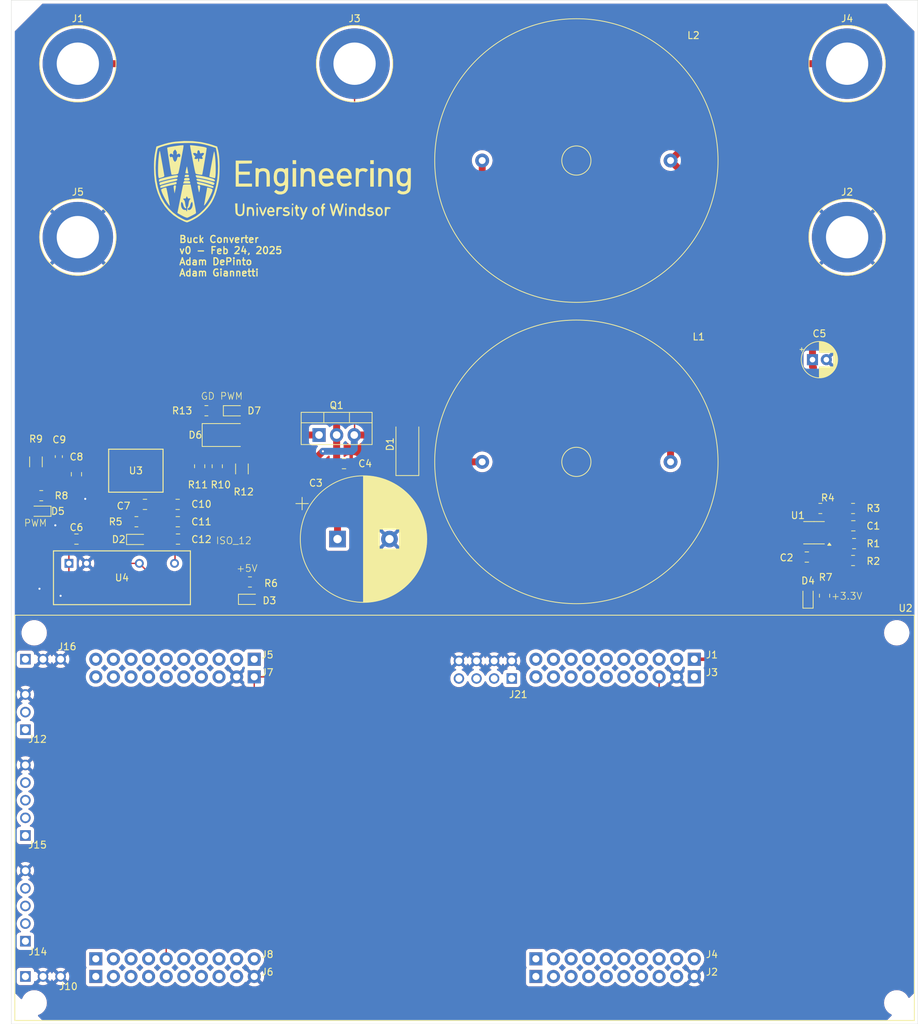
<source format=kicad_pcb>
(kicad_pcb (version 20240108) (generator "pcbnew") (generator_version "8.0")
  (title_block (title "Buck Converter") (date "2025-02-24") (rev "v0") (company "Adam DePinto & Adam Giannetti"))
  (layers (0 "F.Cu" signal) (31 "B.Cu" signal) (34 "B.Paste" user) (35 "F.Paste" user) (36 "B.SilkS" user "B.Silkscreen") (37 "F.SilkS" user "F.Silkscreen") (38 "B.Mask" user) (39 "F.Mask" user) (44 "Edge.Cuts" user))
  (net 0 "")
  (net 4 "GND")
  (net 5 "Net-(U1A-+)")
  (net 6 "+3.3V")
  (net 7 "Net-(U1A--)")
  (net 8 "/VFILT")
  (net 9 "/VOUT")
  (net 21 "/PowerStage/VIN")
  (net 26 "+5V")
  (net 27 "/GD/ISO_12")
  (net 28 "/GD/PWM_FILT")
  (net 30 "/VSW")
  (net 36 "Net-(D2-K)")
  (net 41 "Net-(D3-K)")
  (net 48 "Net-(D4-K)")
  (net 51 "Net-(D5-K)")
  (net 55 "/PWM")
  (net 58 "/VG")
  (net 61 "Net-(D6-K)")
  (net 77 "Net-(D7-K)")
  (net 86 "/GD/GD_PWM")
  (net 112 "Net-(L1-Pad2)")
  (footprint "LED_SMD:LED_0603_1608Metric_Pad1.05x0.95mm_HandSolder" (layer "F.Cu") (at 59.831 124.206)
    (property "Reference" "D3" (at 2.81 0.184 0) (layer "F.SilkS"))
    (property "Value" "LTST-C190GKT")
    (pad "1" smd roundrect (at -0.875 0) (size 1.05 0.95) (layers "F.Cu" "F.Paste" "F.Mask") (net 41 "Net-(D3-K)"))
    (pad "2" smd roundrect (at 0.875 0) (size 1.05 0.95) (layers "F.Cu" "F.Paste" "F.Mask") (net 26 "+5V"))
  )
  (footprint "UWINDSOR_LOGO:UWINDSOR_LOGO" (layer "F.Cu") (at 65.542025 64.851014)
    (property "Reference" "G***" (hide yes))
    (property "Value" "LOGO" (hide yes))
  )
  (footprint "Capacitor_SMD:C_0805_2012Metric_Pad1.18x1.45mm_HandSolder" (layer "F.Cu") (at 49.422 113.022)
    (property "Reference" "C11" (at 3.41 0.008 180) (layer "F.SilkS"))
    (property "Value" "220n")
    (pad "1" smd roundrect (at -1.0375 0) (size 1.175 1.45) (layers "F.Cu" "F.Paste" "F.Mask") (roundrect_rratio 0.212766) (net 27 "/GD/ISO_12"))
    (pad "2" smd roundrect (at 1.0375 0) (size 1.175 1.45) (layers "F.Cu" "F.Paste" "F.Mask") (roundrect_rratio 0.212766) (net 30 "/VSW"))
  )
  (footprint "Diode_SMD:D_SMA" (layer "F.Cu") (at 56.452 100.522)
    (property "Reference" "D6" (at -4.5 0 0) (layer "F.SilkS"))
    (property "Value" "US2AA")
    (pad "1" smd roundrect (at -2 0) (size 2.5 1.8) (layers "F.Cu" "F.Paste" "F.Mask") (roundrect_rratio 0.1388888889) (net 61 "Net-(D6-K)"))
    (pad "2" smd roundrect (at 2 0) (size 2.5 1.8) (layers "F.Cu" "F.Paste" "F.Mask") (roundrect_rratio 0.1388888889) (net 58 "/VG"))
  )
  (footprint "Capacitor_SMD:C_0805_2012Metric_Pad1.18x1.45mm_HandSolder" (layer "F.Cu") (at 34.798 106.172 90)
    (property "Reference" "C8" (at 2.5 0 0) (layer "F.SilkS"))
    (property "Value" "1u")
    (pad "1" smd roundrect (at -1.0375 0 90) (size 1.175 1.45) (layers "F.Cu" "F.Paste" "F.Mask") (roundrect_rratio 0.212766) (net 26 "+5V"))
    (pad "2" smd roundrect (at 1.0375 0 90) (size 1.175 1.45) (layers "F.Cu" "F.Paste" "F.Mask") (roundrect_rratio 0.212766) (net 4 "GND"))
  )
  (footprint "Resistor_SMD:R_0805_2012Metric_Pad1.20x1.40mm_HandSolder" (layer "F.Cu") (at 43.452 113.022)
    (property "Reference" "R5" (at -3 0 180) (layer "F.SilkS"))
    (property "Value" "1k")
    (pad "1" smd roundrect (at -1 0) (size 1.2 1.4) (layers "F.Cu" "F.Paste" "F.Mask") (roundrect_rratio 0.208333) (net 36 "Net-(D2-K)"))
    (pad "2" smd roundrect (at 1 0) (size 1.2 1.4) (layers "F.Cu" "F.Paste" "F.Mask") (roundrect_rratio 0.208333) (net 30 "/VSW"))
  )
  (footprint "Connector:Banana_Jack_1Pin" (layer "F.Cu") (at 74.93 47)
    (property "Reference" "J3" (at 0 -6.5 0) (layer "F.SilkS"))
    (property "Value" "Conn_01x01_Pin")
    (pad "1" thru_hole circle (at 0 0) (size 10.16 10.16) (drill 6.1) (layers "*.Cu" "*.Mask") (net 30 "/VSW"))
  )
  (footprint "Resistor_SMD:R_0805_2012Metric_Pad1.20x1.40mm_HandSolder" (layer "F.Cu") (at 53.549 97.022 180)
    (property "Reference" "R13" (at 3.5 0 0) (layer "F.SilkS"))
    (property "Value" "1k")
    (pad "1" smd roundrect (at -1 0 180) (size 1.2 1.4) (layers "F.Cu" "F.Paste" "F.Mask") (roundrect_rratio 0.208333) (net 77 "Net-(D7-K)"))
    (pad "2" smd roundrect (at 1 0 180) (size 1.2 1.4) (layers "F.Cu" "F.Paste" "F.Mask") (roundrect_rratio 0.208333) (net 30 "/VSW"))
  )
  (footprint "Resistor_SMD:R_1206_3216Metric_Pad1.30x1.75mm_HandSolder" (layer "F.Cu") (at 58.674 105.41 90)
    (property "Reference" "R12" (at -3.302 0.254 180) (layer "F.SilkS"))
    (property "Value" "50")
    (pad "1" smd roundrect (at -1.55 0 90) (size 1.3 1.75) (layers "F.Cu" "F.Paste" "F.Mask") (roundrect_rratio 0.192308) (net 30 "/VSW"))
    (pad "2" smd roundrect (at 1.55 0 90) (size 1.3 1.75) (layers "F.Cu" "F.Paste" "F.Mask") (roundrect_rratio 0.192308) (net 58 "/VG"))
  )
  (footprint "Capacitor_THT:CP_Radial_D5.0mm_P2.00mm" (layer "F.Cu") (at 141.002 89.662)
    (property "Reference" "C5" (at 1 -3.75 0) (layer "F.SilkS"))
    (property "Value" "3.3u")
    (pad "1" thru_hole rect (at 0 0) (size 1.6 1.6) (drill 0.8) (layers "*.Cu" "*.Mask") (net 9 "/VOUT"))
    (pad "2" thru_hole circle (at 2 0) (size 1.6 1.6) (drill 0.8) (layers "*.Cu" "*.Mask") (net 4 "GND"))
  )
  (footprint "Resistor_SMD:R_0805_2012Metric_Pad1.20x1.40mm_HandSolder" (layer "F.Cu") (at 55.118 105.022 90)
    (property "Reference" "R10" (at -2.674 0.508 180) (layer "F.SilkS"))
    (property "Value" "7.5")
    (pad "1" smd roundrect (at -1 0 90) (size 1.2 1.4) (layers "F.Cu" "F.Paste" "F.Mask") (roundrect_rratio 0.208333) (net 86 "/GD/GD_PWM"))
    (pad "2" smd roundrect (at 1 0 90) (size 1.2 1.4) (layers "F.Cu" "F.Paste" "F.Mask") (roundrect_rratio 0.208333) (net 58 "/VG"))
  )
  (footprint "LED_SMD:LED_0603_1608Metric_Pad1.05x0.95mm_HandSolder" (layer "F.Cu") (at 43.688 115.57)
    (property "Reference" "D2" (at -2.794 0 0) (layer "F.SilkS"))
    (property "Value" "LTST-C190GKT")
    (pad "1" smd roundrect (at -0.875 0) (size 1.05 0.95) (layers "F.Cu" "F.Paste" "F.Mask") (net 36 "Net-(D2-K)"))
    (pad "2" smd roundrect (at 0.875 0) (size 1.05 0.95) (layers "F.Cu" "F.Paste" "F.Mask") (net 27 "/GD/ISO_12"))
  )
  (footprint "Inductor_THT:L_Radial_D40.6mm_P27.18mm_Vishay_IHB-4" (layer "F.Cu") (at 93.344 104.394)
    (property "Reference" "L1" (at 31.242 -18.034 0) (layer "F.SilkS"))
    (property "Value" "12m")
    (pad "1" thru_hole circle (at 0 0) (size 2 2) (drill 1) (layers "*.Cu" "*.Mask") (net 30 "/VSW"))
    (pad "2" thru_hole circle (at 27.18 0) (size 2 2) (drill 1) (layers "*.Cu" "*.Mask") (net 112 "Net-(L1-Pad2)"))
  )
  (footprint "Resistor_SMD:R_0805_2012Metric_Pad1.20x1.40mm_HandSolder" (layer "F.Cu") (at 142.1365 111.11 180)
    (property "Reference" "R4" (at -1.074 1.54 180) (layer "F.SilkS"))
    (property "Value" "40k")
    (pad "1" smd roundrect (at -1 0 180) (size 1.2 1.4) (layers "F.Cu" "F.Paste" "F.Mask") (roundrect_rratio 0.208333) (net 5 "Net-(U1A-+)"))
    (pad "2" smd roundrect (at 1 0 180) (size 1.2 1.4) (layers "F.Cu" "F.Paste" "F.Mask") (roundrect_rratio 0.208333) (net 9 "/VOUT"))
  )
  (footprint "LED_SMD:LED_0603_1608Metric_Pad1.05x0.95mm_HandSolder" (layer "F.Cu") (at 57.658 97.028)
    (property "Reference" "D7" (at 2.794 0 0) (layer "F.SilkS"))
    (property "Value" "LTST-C190GKT")
    (pad "1" smd roundrect (at -0.875 0) (size 1.05 0.95) (layers "F.Cu" "F.Paste" "F.Mask") (net 77 "Net-(D7-K)"))
    (pad "2" smd roundrect (at 0.875 0) (size 1.05 0.95) (layers "F.Cu" "F.Paste" "F.Mask") (net 58 "/VG"))
  )
  (footprint "Resistor_SMD:R_0805_2012Metric_Pad1.20x1.40mm_HandSolder" (layer "F.Cu") (at 52.578 105.022 90)
    (property "Reference" "R11" (at -2.674 -0.254 180) (layer "F.SilkS"))
    (property "Value" "12")
    (pad "1" smd roundrect (at -1 0 90) (size 1.2 1.4) (layers "F.Cu" "F.Paste" "F.Mask") (roundrect_rratio 0.208333) (net 86 "/GD/GD_PWM"))
    (pad "2" smd roundrect (at 1 0 90) (size 1.2 1.4) (layers "F.Cu" "F.Paste" "F.Mask") (roundrect_rratio 0.208333) (net 61 "Net-(D6-K)"))
  )
  (footprint "LAUNCHXL_F28379D:MOD_LAUNCHXL-F28379D" (layer "F.Cu") (at 90.805 155.702 180)
    (property "Reference" "U2" (at -63.627 30.226 0) (layer "F.SilkS"))
    (property "Value" "LAUNCHXL-F28379D")
    (fp_text user "J12" (at 61.628 11.335 0) (layer "F.SilkS"))
    (fp_text user "J2" (at -35.687 -22.225 0) (layer "F.SilkS"))
    (fp_text user "J5" (at 28.448 23.495 0) (layer "F.SilkS"))
    (fp_text user "J4" (at -35.687 -19.685 0) (layer "F.SilkS"))
    (fp_text user "J6" (at 28.448 -22.225 0) (layer "F.SilkS"))
    (fp_text user "J14" (at 61.578 -19.305 0) (layer "F.SilkS"))
    (fp_text user "J10" (at 57.178 -24.305 0) (layer "F.SilkS"))
    (fp_text user "J7" (at 28.448 20.955 0) (layer "F.SilkS"))
    (fp_text user "J21" (at -7.747 17.78 0) (layer "F.SilkS"))
    (fp_text user "J16" (at 57.353 24.68 0) (layer "F.SilkS"))
    (fp_text user "J15" (at 61.628 -3.905 0) (layer "F.SilkS"))
    (fp_text user "J8" (at 28.448 -19.685 0) (layer "F.SilkS"))
    (fp_text user "J3" (at -35.687 20.955 0) (layer "F.SilkS"))
    (fp_text user "J1" (at -35.687 23.495 0) (layer "F.SilkS"))
    (pad "" np_thru_hole circle (at -62.357 -26.67 180) (size 3.175 3.175) (drill 3.175) (layers "*.Cu" "*.Mask"))
    (pad "" np_thru_hole circle (at -62.357 26.67 180) (size 3.175 3.175) (drill 3.175) (layers "*.Cu" "*.Mask"))
    (pad "" np_thru_hole circle (at 62.103 -26.67 180) (size 3.175 3.175) (drill 3.175) (layers "*.Cu" "*.Mask"))
    (pad "" np_thru_hole circle (at 62.103 26.67 180) (size 3.175 3.175) (drill 3.175) (layers "*.Cu" "*.Mask"))
    (pad "J1_1" thru_hole rect (at -33.147 22.86 180) (size 1.8796 1.8796) (drill 1.016) (layers "*.Cu" "*.Mask") (net 6 "+3.3V"))
    (pad "J1_2" thru_hole circle (at -30.607 22.86 180) (size 1.8796 1.8796) (drill 1.016) (layers "*.Cu" "*.Mask"))
    (pad "J1_3" thru_hole circle (at -28.067 22.86 180) (size 1.8796 1.8796) (drill 1.016) (layers "*.Cu" "*.Mask"))
    (pad "J1_4" thru_hole circle (at -25.527 22.86 180) (size 1.8796 1.8796) (drill 1.016) (layers "*.Cu" "*.Mask"))
    (pad "J1_5" thru_hole circle (at -22.987 22.86 180) (size 1.8796 1.8796) (drill 1.016) (layers "*.Cu" "*.Mask"))
    (pad "J1_6" thru_hole circle (at -20.447 22.86 180) (size 1.8796 1.8796) (drill 1.016) (layers "*.Cu" "*.Mask"))
    (pad "J1_7" thru_hole circle (at -17.907 22.86 180) (size 1.8796 1.8796) (drill 1.016) (layers "*.Cu" "*.Mask"))
    (pad "J1_8" thru_hole circle (at -15.367 22.86 180) (size 1.8796 1.8796) (drill 1.016) (layers "*.Cu" "*.Mask"))
    (pad "J1_9" thru_hole circle (at -12.827 22.86 180) (size 1.8796 1.8796) (drill 1.016) (layers "*.Cu" "*.Mask"))
    (pad "J1_10" thru_hole circle (at -10.287 22.86 180) (size 1.8796 1.8796) (drill 1.016) (layers "*.Cu" "*.Mask"))
    (pad "J2_1" thru_hole rect (at -10.287 -22.86 180) (size 1.8796 1.8796) (drill 1.016) (layers "*.Cu" "*.Mask"))
    (pad "J2_2" thru_hole circle (at -12.827 -22.86 180) (size 1.8796 1.8796) (drill 1.016) (layers "*.Cu" "*.Mask"))
    (pad "J2_3" thru_hole circle (at -15.367 -22.86 180) (size 1.8796 1.8796) (drill 1.016) (layers "*.Cu" "*.Mask"))
    (pad "J2_4" thru_hole circle (at -17.907 -22.86 180) (size 1.8796 1.8796) (drill 1.016) (layers "*.Cu" "*.Mask"))
    (pad "J2_5" thru_hole circle (at -20.447 -22.86 180) (size 1.8796 1.8796) (drill 1.016) (layers "*.Cu" "*.Mask"))
    (pad "J2_6" thru_hole circle (at -22.987 -22.86 180) (size 1.8796 1.8796) (drill 1.016) (layers "*.Cu" "*.Mask"))
    (pad "J2_7" thru_hole circle (at -25.527 -22.86 180) (size 1.8796 1.8796) (drill 1.016) (layers "*.Cu" "*.Mask"))
    (pad "J2_8" thru_hole circle (at -28.067 -22.86 180) (size 1.8796 1.8796) (drill 1.016) (layers "*.Cu" "*.Mask"))
    (pad "J2_9" thru_hole circle (at -30.607 -22.86 180) (size 1.8796 1.8796) (drill 1.016) (layers "*.Cu" "*.Mask"))
    (pad "J2_10" thru_hole circle (at -33.147 -22.86 180) (size 1.8796 1.8796) (drill 1.016) (layers "*.Cu" "*.Mask") (net 4 "GND"))
    (pad "J3_1" thru_hole rect (at -33.147 20.32 180) (size 1.8796 1.8796) (drill 1.016) (layers "*.Cu" "*.Mask"))
    (pad "J3_2" thru_hole circle (at -30.607 20.32 180) (size 1.8796 1.8796) (drill 1.016) (layers "*.Cu" "*.Mask") (net 4 "GND"))
    (pad "J3_3" thru_hole circle (at -28.067 20.32 180) (size 1.8796 1.8796) (drill 1.016) (layers "*.Cu" "*.Mask") (net 8 "/VFILT"))
    (pad "J3_4" thru_hole circle (at -25.527 20.32 180) (size 1.8796 1.8796) (drill 1.016) (layers "*.Cu" "*.Mask"))
    (pad "J3_5" thru_hole circle (at -22.987 20.32 180) (size 1.8796 1.8796) (drill 1.016) (layers "*.Cu" "*.Mask"))
    (pad "J3_6" thru_hole circle (at -20.447 20.32 180) (size 1.8796 1.8796) (drill 1.016) (layers "*.Cu" "*.Mask"))
    (pad "J3_7" thru_hole circle (at -17.907 20.32 180) (size 1.8796 1.8796) (drill 1.016) (layers "*.Cu" "*.Mask"))
    (pad "J3_8" thru_hole circle (at -15.367 20.32 180) (size 1.8796 1.8796) (drill 1.016) (layers "*.Cu" "*.Mask"))
    (pad "J3_9" thru_hole circle (at -12.827 20.32 180) (size 1.8796 1.8796) (drill 1.016) (layers "*.Cu" "*.Mask"))
    (pad "J3_10" thru_hole circle (at -10.287 20.32 180) (size 1.8796 1.8796) (drill 1.016) (layers "*.Cu" "*.Mask"))
    (pad "J4_1" thru_hole rect (at -10.287 -20.32 180) (size 1.8796 1.8796) (drill 1.016) (layers "*.Cu" "*.Mask"))
    (pad "J4_2" thru_hole circle (at -12.827 -20.32 180) (size 1.8796 1.8796) (drill 1.016) (layers "*.Cu" "*.Mask"))
    (pad "J4_3" thru_hole circle (at -15.367 -20.32 180) (size 1.8796 1.8796) (drill 1.016) (layers "*.Cu" "*.Mask"))
    (pad "J4_4" thru_hole circle (at -17.907 -20.32 180) (size 1.8796 1.8796) (drill 1.016) (layers "*.Cu" "*.Mask"))
    (pad "J4_5" thru_hole circle (at -20.447 -20.32 180) (size 1.8796 1.8796) (drill 1.016) (layers "*.Cu" "*.Mask"))
    (pad "J4_6" thru_hole circle (at -22.987 -20.32 180) (size 1.8796 1.8796) (drill 1.016) (layers "*.Cu" "*.Mask"))
    (pad "J4_7" thru_hole circle (at -25.527 -20.32 180) (size 1.8796 1.8796) (drill 1.016) (layers "*.Cu" "*.Mask"))
    (pad "J4_8" thru_hole circle (at -28.067 -20.32 180) (size 1.8796 1.8796) (drill 1.016) (layers "*.Cu" "*.Mask"))
    (pad "J4_9" thru_hole circle (at -30.607 -20.32 180) (size 1.8796 1.8796) (drill 1.016) (layers "*.Cu" "*.Mask"))
    (pad "J4_10" thru_hole circle (at -33.147 -20.32 180) (size 1.8796 1.8796) (drill 1.016) (layers "*.Cu" "*.Mask"))
    (pad "J5_1" thru_hole rect (at 30.353 22.86 180) (size 1.8796 1.8796) (drill 1.016) (layers "*.Cu" "*.Mask"))
    (pad "J5_2" thru_hole circle (at 32.893 22.86 180) (size 1.8796 1.8796) (drill 1.016) (layers "*.Cu" "*.Mask"))
    (pad "J5_3" thru_hole circle (at 35.433 22.86 180) (size 1.8796 1.8796) (drill 1.016) (layers "*.Cu" "*.Mask"))
    (pad "J5_4" thru_hole circle (at 37.973 22.86 180) (size 1.8796 1.8796) (drill 1.016) (layers "*.Cu" "*.Mask"))
    (pad "J5_5" thru_hole circle (at 40.513 22.86 180) (size 1.8796 1.8796) (drill 1.016) (layers "*.Cu" "*.Mask"))
    (pad "J5_6" thru_hole circle (at 43.053 22.86 180) (size 1.8796 1.8796) (drill 1.016) (layers "*.Cu" "*.Mask"))
    (pad "J5_7" thru_hole circle (at 45.593 22.86 180) (size 1.8796 1.8796) (drill 1.016) (layers "*.Cu" "*.Mask"))
    (pad "J5_8" thru_hole circle (at 48.133 22.86 180) (size 1.8796 1.8796) (drill 1.016) (layers "*.Cu" "*.Mask"))
    (pad "J5_9" thru_hole circle (at 50.673 22.86 180) (size 1.8796 1.8796) (drill 1.016) (layers "*.Cu" "*.Mask"))
    (pad "J5_10" thru_hole circle (at 53.213 22.86 180) (size 1.8796 1.8796) (drill 1.016) (layers "*.Cu" "*.Mask"))
    (pad "J6_1" thru_hole rect (at 53.213 -22.86 180) (size 1.8796 1.8796) (drill 1.016) (layers "*.Cu" "*.Mask"))
    (pad "J6_2" thru_hole circle (at 50.673 -22.86 180) (size 1.8796 1.8796) (drill 1.016) (layers "*.Cu" "*.Mask"))
    (pad "J6_3" thru_hole circle (at 48.133 -22.86 180) (size 1.8796 1.8796) (drill 1.016) (layers "*.Cu" "*.Mask"))
    (pad "J6_4" thru_hole circle (at 45.593 -22.86 180) (size 1.8796 1.8796) (drill 1.016) (layers "*.Cu" "*.Mask"))
    (pad "J6_5" thru_hole circle (at 43.053 -22.86 180) (size 1.8796 1.8796) (drill 1.016) (layers "*.Cu" "*.Mask"))
    (pad "J6_6" thru_hole circle (at 40.513 -22.86 180) (size 1.8796 1.8796) (drill 1.016) (layers "*.Cu" "*.Mask"))
    (pad "J6_7" thru_hole circle (at 37.973 -22.86 180) (size 1.8796 1.8796) (drill 1.016) (layers "*.Cu" "*.Mask"))
    (pad "J6_8" thru_hole circle (at 35.433 -22.86 180) (size 1.8796 1.8796) (drill 1.016) (layers "*.Cu" "*.Mask"))
    (pad "J6_9" thru_hole circle (at 32.893 -22.86 180) (size 1.8796 1.8796) (drill 1.016) (layers "*.Cu" "*.Mask"))
    (pad "J6_10" thru_hole circle (at 30.353 -22.86 180) (size 1.8796 1.8796) (drill 1.016) (layers "*.Cu" "*.Mask") (net 4 "GND"))
    (pad "J7_1" thru_hole rect (at 30.353 20.32 180) (size 1.8796 1.8796) (drill 1.016) (layers "*.Cu" "*.Mask") (net 26 "+5V"))
    (pad "J7_2" thru_hole circle (at 32.893 20.32 180) (size 1.8796 1.8796) (drill 1.016) (layers "*.Cu" "*.Mask") (net 4 "GND"))
    (pad "J7_3" thru_hole circle (at 35.433 20.32 180) (size 1.8796 1.8796) (drill 1.016) (layers "*.Cu" "*.Mask"))
    (pad "J7_4" thru_hole circle (at 37.973 20.32 180) (size 1.8796 1.8796) (drill 1.016) (layers "*.Cu" "*.Mask"))
    (pad "J7_5" thru_hole circle (at 40.513 20.32 180) (size 1.8796 1.8796) (drill 1.016) (layers "*.Cu" "*.Mask"))
    (pad "J7_6" thru_hole circle (at 43.053 20.32 180) (size 1.8796 1.8796) (drill 1.016) (layers "*.Cu" "*.Mask"))
    (pad "J7_7" thru_hole circle (at 45.593 20.32 180) (size 1.8796 1.8796) (drill 1.016) (layers "*.Cu" "*.Mask"))
    (pad "J7_8" thru_hole circle (at 48.133 20.32 180) (size 1.8796 1.8796) (drill 1.016) (layers "*.Cu" "*.Mask"))
    (pad "J7_9" thru_hole circle (at 50.673 20.32 180) (size 1.8796 1.8796) (drill 1.016) (layers "*.Cu" "*.Mask"))
    (pad "J7_10" thru_hole circle (at 53.213 20.32 180) (size 1.8796 1.8796) (drill 1.016) (layers "*.Cu" "*.Mask"))
    (pad "J8_1" thru_hole rect (at 53.213 -20.32 180) (size 1.8796 1.8796) (drill 1.016) (layers "*.Cu" "*.Mask"))
    (pad "J8_2" thru_hole circle (at 50.673 -20.32 180) (size 1.8796 1.8796) (drill 1.016) (layers "*.Cu" "*.Mask"))
    (pad "J8_3" thru_hole circle (at 48.133 -20.32 180) (size 1.8796 1.8796) (drill 1.016) (layers "*.Cu" "*.Mask"))
    (pad "J8_4" thru_hole circle (at 45.593 -20.32 180) (size 1.8796 1.8796) (drill 1.016) (layers "*.Cu" "*.Mask"))
    (pad "J8_5" thru_hole circle (at 43.053 -20.32 180) (size 1.8796 1.8796) (drill 1.016) (layers "*.Cu" "*.Mask") (net 55 "/PWM"))
    (pad "J8_6" thru_hole circle (at 40.513 -20.32 180) (size 1.8796 1.8796) (drill 1.016) (layers "*.Cu" "*.Mask"))
    (pad "J8_7" thru_hole circle (at 37.973 -20.32 180) (size 1.8796 1.8796) (drill 1.016) (layers "*.Cu" "*.Mask"))
    (pad "J8_8" thru_hole circle (at 35.433 -20.32 180) (size 1.8796 1.8796) (drill 1.016) (layers "*.Cu" "*.Mask"))
    (pad "J8_9" thru_hole circle (at 32.893 -20.32 180) (size 1.8796 1.8796) (drill 1.016) (layers "*.Cu" "*.Mask"))
    (pad "J8_10" thru_hole circle (at 30.353 -20.32 180) (size 1.8796 1.8796) (drill 1.016) (layers "*.Cu" "*.Mask"))
    (pad "J10_1" thru_hole rect (at 63.373 -22.86 180) (size 1.524 1.524) (drill 1.016) (layers "*.Cu" "*.Mask"))
    (pad "J10_2" thru_hole circle (at 60.833 -22.86 180) (size 1.524 1.524) (drill 1.016) (layers "*.Cu" "*.Mask") (net 4 "GND"))
    (pad "J10_3" thru_hole circle (at 58.293 -22.86 180) (size 1.524 1.524) (drill 1.016) (layers "*.Cu" "*.Mask") (net 4 "GND"))
    (pad "J12_1" thru_hole rect (at 63.373 12.7 180) (size 1.524 1.524) (drill 1.016) (layers "*.Cu" "*.Mask"))
    (pad "J12_2" thru_hole circle (at 63.373 15.24 180) (size 1.524 1.524) (drill 1.016) (layers "*.Cu" "*.Mask"))
    (pad "J12_3" thru_hole circle (at 63.373 17.78 180) (size 1.524 1.524) (drill 1.016) (layers "*.Cu" "*.Mask") (net 4 "GND"))
    (pad "J14_1" thru_hole rect (at 63.373 -17.78 180) (size 1.524 1.524) (drill 1.016) (layers "*.Cu" "*.Mask"))
    (pad "J14_2" thru_hole circle (at 63.373 -15.24 180) (size 1.524 1.524) (drill 1.016) (layers "*.Cu" "*.Mask"))
    (pad "J14_3" thru_hole circle (at 63.373 -12.7 180) (size 1.524 1.524) (drill 1.016) (layers "*.Cu" "*.Mask"))
    (pad "J14_4" thru_hole circle (at 63.373 -10.16 180) (size 1.524 1.524) (drill 1.016) (layers "*.Cu" "*.Mask"))
    (pad "J14_5" thru_hole circle (at 63.373 -7.62 180) (size 1.524 1.524) (drill 1.016) (layers "*.Cu" "*.Mask") (net 4 "GND"))
    (pad "J15_1" thru_hole rect (at 63.373 -2.54 180) (size 1.524 1.524) (drill 1.016) (layers "*.Cu" "*.Mask"))
    (pad "J15_2" thru_hole circle (at 63.373 0 180) (size 1.524 1.524) (drill 1.016) (layers "*.Cu" "*.Mask"))
    (pad "J15_3" thru_hole circle (at 63.373 2.54 180) (size 1.524 1.524) (drill 1.016) (layers "*.Cu" "*.Mask"))
    (pad "J15_4" thru_hole circle (at 63.373 5.08 180) (size 1.524 1.524) (drill 1.016) (layers "*.Cu" "*.Mask"))
    (pad "J15_5" thru_hole circle (at 63.373 7.62 180) (size 1.524 1.524) (drill 1.016) (layers "*.Cu" "*.Mask") (net 4 "GND"))
    (pad "J16_1" thru_hole rect (at 63.373 22.86 180) (size 1.524 1.524) (drill 1.016) (layers "*.Cu" "*.Mask"))
    (pad "J16_2" thru_hole circle (at 60.833 22.86 180) (size 1.524 1.524) (drill 1.016) (layers "*.Cu" "*.Mask") (net 4 "GND"))
    (pad "J16_3" thru_hole circle (at 58.293 22.86 180) (size 1.524 1.524) (drill 1.016) (layers "*.Cu" "*.Mask") (net 4 "GND"))
    (pad "J21_1" thru_hole rect (at -6.803 20.086 180) (size 1.5 1.5) (drill 1) (layers "*.Cu" "*.Mask"))
    (pad "J21_2" thru_hole circle (at -6.803 22.626 180) (size 1.5 1.5) (drill 1) (layers "*.Cu" "*.Mask") (net 4 "GND"))
    (pad "J21_3" thru_hole circle (at -4.263 20.086 180) (size 1.5 1.5) (drill 1) (layers "*.Cu" "*.Mask"))
    (pad "J21_4" thru_hole circle (at -4.263 22.626 180) (size 1.5 1.5) (drill 1) (layers "*.Cu" "*.Mask") (net 4 "GND"))
    (pad "J21_5" thru_hole circle (at -1.723 20.086 180) (size 1.5 1.5) (drill 1) (layers "*.Cu" "*.Mask"))
    (pad "J21_6" thru_hole circle (at -1.723 22.626 180) (size 1.5 1.5) (drill 1) (layers "*.Cu" "*.Mask") (net 4 "GND"))
    (pad "J21_7" thru_hole circle (at 0.817 20.086 180) (size 1.5 1.5) (drill 1) (layers "*.Cu" "*.Mask"))
    (pad "J21_8" thru_hole circle (at 0.817 22.626 180) (size 1.5 1.5) (drill 1) (layers "*.Cu" "*.Mask") (net 4 "GND"))
  )
  (footprint "Capacitor_SMD:C_0603_1608Metric_Pad1.08x0.95mm_HandSolder" (layer "F.Cu") (at 32.258 103.632 -90)
    (property "Reference" "C9" (at -2.4355 -0.06 0) (layer "F.SilkS"))
    (property "Value" "33pF")
    (pad "1" smd roundrect (at -0.8625 0 270) (size 1.075 0.95) (layers "F.Cu" "F.Paste" "F.Mask") (net 28 "/GD/PWM_FILT"))
    (pad "2" smd roundrect (at 0.8625 0 270) (size 1.075 0.95) (layers "F.Cu" "F.Paste" "F.Mask") (net 4 "GND"))
  )
  (footprint "Inductor_THT:L_Radial_D40.6mm_P27.18mm_Vishay_IHB-4" (layer "F.Cu") (at 93.344 60.96)
    (property "Reference" "L2" (at 30.48 -18.034 0) (layer "F.SilkS"))
    (property "Value" "12m")
    (pad "1" thru_hole circle (at 0 0) (size 2 2) (drill 1) (layers "*.Cu" "*.Mask") (net 112 "Net-(L1-Pad2)"))
    (pad "2" thru_hole circle (at 27.18 0) (size 2 2) (drill 1) (layers "*.Cu" "*.Mask") (net 9 "/VOUT"))
  )
  (footprint "Capacitor_SMD:C_0805_2012Metric_Pad1.18x1.45mm_HandSolder" (layer "F.Cu") (at 49.402 110.522)
    (property "Reference" "C10" (at 3.43 -0.032 0) (layer "F.SilkS"))
    (property "Value" "10u")
    (pad "1" smd roundrect (at -1.0375 0) (size 1.175 1.45) (layers "F.Cu" "F.Paste" "F.Mask") (roundrect_rratio 0.212766) (net 27 "/GD/ISO_12"))
    (pad "2" smd roundrect (at 1.0375 0) (size 1.175 1.45) (layers "F.Cu" "F.Paste" "F.Mask") (roundrect_rratio 0.212766) (net 30 "/VSW"))
  )
  (footprint "LED_SMD:LED_0603_1608Metric_Pad1.05x0.95mm_HandSolder" (layer "F.Cu") (at 29.464 111.506 180)
    (property "Reference" "D5" (at -2.653 0 360) (layer "F.SilkS"))
    (property "Value" "LTST-C190GKT")
    (pad "1" smd roundrect (at -0.875 0 180) (size 1.05 0.95) (layers "F.Cu" "F.Paste" "F.Mask") (net 51 "Net-(D5-K)"))
    (pad "2" smd roundrect (at 0.875 0 180) (size 1.05 0.95) (layers "F.Cu" "F.Paste" "F.Mask") (net 55 "/PWM"))
  )
  (footprint "Resistor_SMD:R_0805_2012Metric_Pad1.20x1.40mm_HandSolder" (layer "F.Cu") (at 146.8585 118.61 180)
    (property "Reference" "R2" (at -2.924 -0.104 180) (layer "F.SilkS"))
    (property "Value" "2k")
    (pad "1" smd roundrect (at -1 0 180) (size 1.2 1.4) (layers "F.Cu" "F.Paste" "F.Mask") (roundrect_rratio 0.208333) (net 7 "Net-(U1A--)"))
    (pad "2" smd roundrect (at 1 0 180) (size 1.2 1.4) (layers "F.Cu" "F.Paste" "F.Mask") (roundrect_rratio 0.208333) (net 8 "/VFILT"))
  )
  (footprint "Capacitor_SMD:C_0805_2012Metric_Pad1.18x1.45mm_HandSolder" (layer "F.Cu") (at 44.6825 110.522 180)
    (property "Reference" "C7" (at 3.084 -0.222 180) (layer "F.SilkS"))
    (property "Value" "1u")
    (pad "1" smd roundrect (at -1.0375 0 180) (size 1.175 1.45) (layers "F.Cu" "F.Paste" "F.Mask") (roundrect_rratio 0.212766) (net 27 "/GD/ISO_12"))
    (pad "2" smd roundrect (at 1.0375 0 180) (size 1.175 1.45) (layers "F.Cu" "F.Paste" "F.Mask") (roundrect_rratio 0.212766) (net 30 "/VSW"))
  )
  (footprint "Capacitor_SMD:C_0805_2012Metric_Pad1.18x1.45mm_HandSolder" (layer "F.Cu") (at 73.406 104.648)
    (property "Reference" "C4" (at 3.048 0 0) (layer "F.SilkS"))
    (property "Value" "1u")
    (pad "1" smd roundrect (at -1.0375 0) (size 1.175 1.45) (layers "F.Cu" "F.Paste" "F.Mask") (roundrect_rratio 0.212766) (net 21 "/PowerStage/VIN"))
    (pad "2" smd roundrect (at 1.0375 0) (size 1.175 1.45) (layers "F.Cu" "F.Paste" "F.Mask") (roundrect_rratio 0.212766) (net 4 "GND"))
  )
  (footprint "Resistor_SMD:R_0805_2012Metric_Pad1.20x1.40mm_HandSolder" (layer "F.Cu") (at 147.0045 116.174 180)
    (property "Reference" "R1" (at -2.778 0 180) (layer "F.SilkS"))
    (property "Value" "40k")
    (pad "1" smd roundrect (at -1 0 180) (size 1.2 1.4) (layers "F.Cu" "F.Paste" "F.Mask") (roundrect_rratio 0.208333) (net 4 "GND"))
    (pad "2" smd roundrect (at 1 0 180) (size 1.2 1.4) (layers "F.Cu" "F.Paste" "F.Mask") (roundrect_rratio 0.208333) (net 7 "Net-(U1A--)"))
  )
  (footprint "Package_SO:VSSOP-8_3x3mm_P0.65mm" (layer "F.Cu") (at 141.224 114.61 180)
    (property "Reference" "U1" (at 2.3315 2.5 0) (layer "F.SilkS"))
    (property "Value" "LM358")
    (pad "1" smd roundrect (at -2.1125 -0.975 180) (size 1.625 0.5) (layers "F.Cu" "F.Paste" "F.Mask") (net 8 "/VFILT"))
    (pad "2" smd roundrect (at -2.1125 -0.325 180) (size 1.625 0.5) (layers "F.Cu" "F.Paste" "F.Mask") (net 7 "Net-(U1A--)"))
    (pad "3" smd roundrect (at -2.1125 0.325 180) (size 1.625 0.5) (layers "F.Cu" "F.Paste" "F.Mask") (net 5 "Net-(U1A-+)"))
    (pad "4" smd roundrect (at -2.1125 0.975 180) (size 1.625 0.5) (layers "F.Cu" "F.Paste" "F.Mask") (net 4 "GND"))
    (pad "5" smd roundrect (at 2.1125 0.975 180) (size 1.625 0.5) (layers "F.Cu" "F.Paste" "F.Mask"))
    (pad "6" smd roundrect (at 2.1125 0.325 180) (size 1.625 0.5) (layers "F.Cu" "F.Paste" "F.Mask"))
    (pad "7" smd roundrect (at 2.1125 -0.325 180) (size 1.625 0.5) (layers "F.Cu" "F.Paste" "F.Mask"))
    (pad "8" smd roundrect (at 2.1125 -0.975 180) (size 1.625 0.5) (layers "F.Cu" "F.Paste" "F.Mask") (net 6 "+3.3V"))
  )
  (footprint "Capacitor_SMD:C_0805_2012Metric_Pad1.18x1.45mm_HandSolder" (layer "F.Cu") (at 49.452 115.522)
    (property "Reference" "C12" (at 3.38 0.048 0) (layer "F.SilkS"))
    (property "Value" "10u")
    (pad "1" smd roundrect (at -1.0375 0) (size 1.175 1.45) (layers "F.Cu" "F.Paste" "F.Mask") (roundrect_rratio 0.212766) (net 27 "/GD/ISO_12"))
    (pad "2" smd roundrect (at 1.0375 0) (size 1.175 1.45) (layers "F.Cu" "F.Paste" "F.Mask") (roundrect_rratio 0.212766) (net 30 "/VSW"))
  )
  (footprint "Package_TO_SOT_THT:TO-220-3_Vertical" (layer "F.Cu") (at 69.802 100.522)
    (property "Reference" "Q1" (at 2.54 -4.27 0) (layer "F.SilkS"))
    (property "Value" "IRF540N")
    (pad "1" thru_hole rect (at 0 0) (size 1.905 2) (drill 1.1) (layers "*.Cu" "*.Mask") (net 58 "/VG"))
    (pad "2" thru_hole oval (at 2.54 0) (size 1.905 2) (drill 1.1) (layers "*.Cu" "*.Mask") (net 21 "/PowerStage/VIN"))
    (pad "3" thru_hole oval (at 5.08 0) (size 1.905 2) (drill 1.1) (layers "*.Cu" "*.Mask") (net 30 "/VSW"))
  )
  (footprint "Resistor_SMD:R_0805_2012Metric_Pad1.20x1.40mm_HandSolder" (layer "F.Cu") (at 146.8585 111.11 180)
    (property "Reference" "R3" (at -2.924 0.016 180) (layer "F.SilkS"))
    (property "Value" "2k")
    (pad "1" smd roundrect (at -1 0 180) (size 1.2 1.4) (layers "F.Cu" "F.Paste" "F.Mask") (roundrect_rratio 0.208333) (net 4 "GND"))
    (pad "2" smd roundrect (at 1 0 180) (size 1.2 1.4) (layers "F.Cu" "F.Paste" "F.Mask") (roundrect_rratio 0.208333) (net 5 "Net-(U1A-+)"))
  )
  (footprint "Resistor_SMD:R_1206_3216Metric_Pad1.30x1.75mm_HandSolder" (layer "F.Cu") (at 28.956 104.394 90)
    (property "Reference" "R9" (at 3.302 0 180) (layer "F.SilkS"))
    (property "Value" "51")
    (pad "1" smd roundrect (at -1.55 0 90) (size 1.3 1.75) (layers "F.Cu" "F.Paste" "F.Mask") (roundrect_rratio 0.192308) (net 55 "/PWM"))
    (pad "2" smd roundrect (at 1.55 0 90) (size 1.3 1.75) (layers "F.Cu" "F.Paste" "F.Mask") (roundrect_rratio 0.192308) (net 28 "/GD/PWM_FILT"))
  )
  (footprint "Resistor_SMD:R_0805_2012Metric_Pad1.20x1.40mm_HandSolder" (layer "F.Cu") (at 142.748 123.682 90)
    (property "Reference" "R7" (at 2.656 0.154 180) (layer "F.SilkS"))
    (property "Value" "120")
    (pad "1" smd roundrect (at -1 0 90) (size 1.2 1.4) (layers "F.Cu" "F.Paste" "F.Mask") (roundrect_rratio 0.208333) (net 48 "Net-(D4-K)"))
    (pad "2" smd roundrect (at 1 0 90) (size 1.2 1.4) (layers "F.Cu" "F.Paste" "F.Mask") (roundrect_rratio 0.208333) (net 4 "GND"))
  )
  (footprint "Diode_SMD:D_SMA_Handsoldering" (layer "F.Cu") (at 82.55 101.854 90)
    (property "Reference" "D1" (at 0 -2.5 90) (layer "F.SilkS"))
    (property "Value" "SS310")
    (pad "1" smd roundrect (at -2.5 0 90) (size 3.5 1.8) (layers "F.Cu" "F.Paste" "F.Mask") (roundrect_rratio 0.1388888889) (net 30 "/VSW"))
    (pad "2" smd roundrect (at 2.5 0 90) (size 3.5 1.8) (layers "F.Cu" "F.Paste" "F.Mask") (roundrect_rratio 0.1388888889) (net 4 "GND"))
  )
  (footprint "TMV_0512SHI:TMV-HI_SINGLE_TRP" (layer "F.Cu") (at 33.712 119.022)
    (property "Reference" "U4" (at 7.65 2.075 0) (layer "F.SilkS"))
    (property "Value" "TMV 0512SHI")
    (pad "1" thru_hole rect (at 0 0) (size 1.27 1.27) (drill 0.762) (layers "*.Cu" "*.Mask") (net 26 "+5V"))
    (pad "2" thru_hole circle (at 2.54 0) (size 1.27 1.27) (drill 0.762) (layers "*.Cu" "*.Mask") (net 4 "GND"))
    (pad "5" thru_hole circle (at 10.16 0) (size 1.27 1.27) (drill 0.762) (layers "*.Cu" "*.Mask") (net 30 "/VSW"))
    (pad "7" thru_hole circle (at 15.24 0) (size 1.27 1.27) (drill 0.762) (layers "*.Cu" "*.Mask") (net 27 "/GD/ISO_12"))
  )
  (footprint "Connector:Banana_Jack_1Pin" (layer "F.Cu") (at 146 47)
    (property "Reference" "J4" (at 0 -6.5 0) (layer "F.SilkS"))
    (property "Value" "Conn_01x01_Pin")
    (pad "1" thru_hole circle (at 0 0) (size 10.16 10.16) (drill 6.1) (layers "*.Cu" "*.Mask") (net 9 "/VOUT"))
  )
  (footprint "Connector:Banana_Jack_1Pin" (layer "F.Cu") (at 35 47)
    (property "Reference" "J1" (at 0 -6.5 0) (layer "F.SilkS"))
    (property "Value" "Conn_01x01_Pin")
    (pad "1" thru_hole circle (at 0 0) (size 10.16 10.16) (drill 6.1) (layers "*.Cu" "*.Mask") (net 21 "/PowerStage/VIN"))
  )
  (footprint "Capacitor_SMD:C_0805_2012Metric_Pad1.18x1.45mm_HandSolder" (layer "F.Cu") (at 34.798 115.522)
    (property "Reference" "C6" (at 0 -1.68 0) (layer "F.SilkS"))
    (property "Value" "1u")
    (pad "1" smd roundrect (at -1.0375 0) (size 1.175 1.45) (layers "F.Cu" "F.Paste" "F.Mask") (roundrect_rratio 0.212766) (net 26 "+5V"))
    (pad "2" smd roundrect (at 1.0375 0) (size 1.175 1.45) (layers "F.Cu" "F.Paste" "F.Mask") (roundrect_rratio 0.212766) (net 4 "GND"))
  )
  (footprint "UWINDSOR_LOGO" (layer "F.Cu") (at 92.71 122.428)
    (property "Reference" "REF**" (hide yes))
    (property "Value" "UWINDSOR_LOGO")
  )
  (footprint "Connector:Banana_Jack_1Pin" (layer "F.Cu") (at 35 72)
    (property "Reference" "J5" (at 0 -6.5 0) (layer "F.SilkS"))
    (property "Value" "Conn_01x01_Pin")
    (pad "1" thru_hole circle (at 0 0) (size 10.16 10.16) (drill 6.1) (layers "*.Cu" "*.Mask") (net 4 "GND"))
  )
  (footprint "Resistor_SMD:R_0805_2012Metric_Pad1.20x1.40mm_HandSolder" (layer "F.Cu") (at 29.718 109.268 180)
    (property "Reference" "R8" (at -2.92 0 0) (layer "F.SilkS"))
    (property "Value" "120")
    (pad "1" smd roundrect (at -1 0 180) (size 1.2 1.4) (layers "F.Cu" "F.Paste" "F.Mask") (roundrect_rratio 0.208333) (net 51 "Net-(D5-K)"))
    (pad "2" smd roundrect (at 1 0 180) (size 1.2 1.4) (layers "F.Cu" "F.Paste" "F.Mask") (roundrect_rratio 0.208333) (net 4 "GND"))
  )
  (footprint "LED_SMD:LED_0603_1608Metric_Pad1.05x0.95mm_HandSolder" (layer "F.Cu") (at 140.362 123.82 90)
    (property "Reference" "D4" (at 2.286 0 180) (layer "F.SilkS"))
    (property "Value" "LTST-C190GKT")
    (pad "1" smd roundrect (at -0.875 0 90) (size 1.05 0.95) (layers "F.Cu" "F.Paste" "F.Mask") (net 48 "Net-(D4-K)"))
    (pad "2" smd roundrect (at 0.875 0 90) (size 1.05 0.95) (layers "F.Cu" "F.Paste" "F.Mask") (net 6 "+3.3V"))
  )
  (footprint "Capacitor_THT:CP_Radial_D18.0mm_P7.50mm" (layer "F.Cu") (at 72.46822 115.522)
    (property "Reference" "C3" (at -3.12622 -8.08 0) (layer "F.SilkS"))
    (property "Value" "470u")
    (pad "1" thru_hole rect (at 0 0) (size 2.4 2.4) (drill 1.2) (layers "*.Cu" "*.Mask") (net 21 "/PowerStage/VIN"))
    (pad "2" thru_hole circle (at 7.5 0) (size 2.4 2.4) (drill 1.2) (layers "*.Cu" "*.Mask") (net 4 "GND"))
  )
  (footprint "Resistor_SMD:R_0805_2012Metric_Pad1.20x1.40mm_HandSolder" (layer "F.Cu") (at 59.831 121.706)
    (property "Reference" "R6" (at 3.045872 0.1933 0) (layer "F.SilkS"))
    (property "Value" "300")
    (pad "1" smd roundrect (at -1 0) (size 1.2 1.4) (layers "F.Cu" "F.Paste" "F.Mask") (roundrect_rratio 0.208333) (net 41 "Net-(D3-K)"))
    (pad "2" smd roundrect (at 1 0) (size 1.2 1.4) (layers "F.Cu" "F.Paste" "F.Mask") (roundrect_rratio 0.208333) (net 4 "GND"))
  )
  (footprint "Connector:Banana_Jack_1Pin" (layer "F.Cu") (at 146 72)
    (property "Reference" "J2" (at 0 -6.5 0) (layer "F.SilkS"))
    (property "Value" "Conn_01x01_Pin")
    (pad "1" thru_hole circle (at 0 0) (size 10.16 10.16) (drill 6.1) (layers "*.Cu" "*.Mask") (net 4 "GND"))
  )
  (footprint "Capacitor_SMD:C_0805_2012Metric_Pad1.18x1.45mm_HandSolder" (layer "F.Cu") (at 146.896 113.61)
    (property "Reference" "C1" (at 2.8865 0.024 0) (layer "F.SilkS"))
    (property "Value" "1.2u")
    (pad "1" smd roundrect (at -1.0375 0) (size 1.175 1.45) (layers "F.Cu" "F.Paste" "F.Mask") (roundrect_rratio 0.212766) (net 5 "Net-(U1A-+)"))
    (pad "2" smd roundrect (at 1.0375 0) (size 1.175 1.45) (layers "F.Cu" "F.Paste" "F.Mask") (roundrect_rratio 0.212766) (net 4 "GND"))
  )
  (footprint "Capacitor_SMD:C_0805_2012Metric_Pad1.18x1.45mm_HandSolder" (layer "F.Cu") (at 140.1865 118.11)
    (property "Reference" "C2" (at -2.9265 0.096 0) (layer "F.SilkS"))
    (property "Value" "1u")
    (pad "1" smd roundrect (at -1.0375 0) (size 1.175 1.45) (layers "F.Cu" "F.Paste" "F.Mask") (roundrect_rratio 0.212766) (net 6 "+3.3V"))
    (pad "2" smd roundrect (at 1.0375 0) (size 1.175 1.45) (layers "F.Cu" "F.Paste" "F.Mask") (roundrect_rratio 0.212766) (net 4 "GND"))
  )
  (footprint "UCC5304DWVR:SOIC8_DWV_TEX" (layer "F.Cu") (at 43.372 105.664)
    (property "Reference" "U3" (at 0 0 0) (layer "F.SilkS"))
    (property "Value" "UCC5304DWVR")
    (pad "1" smd rect (at -5.3848 -1.905) (size 1.7018 0.5588) (layers "F.Cu" "F.Paste" "F.Mask") (net 28 "/GD/PWM_FILT"))
    (pad "2" smd rect (at -5.3848 -0.635) (size 1.7018 0.5588) (layers "F.Cu" "F.Paste" "F.Mask") (net 26 "+5V"))
    (pad "3" smd rect (at -5.3848 0.635) (size 1.7018 0.5588) (layers "F.Cu" "F.Paste" "F.Mask") (net 26 "+5V"))
    (pad "4" smd rect (at -5.3848 1.905) (size 1.7018 0.5588) (layers "F.Cu" "F.Paste" "F.Mask") (net 4 "GND"))
    (pad "5" smd rect (at 5.3848 1.905) (size 1.7018 0.5588) (layers "F.Cu" "F.Paste" "F.Mask") (net 30 "/VSW"))
    (pad "6" smd rect (at 5.3848 0.635) (size 1.7018 0.5588) (layers "F.Cu" "F.Paste" "F.Mask") (net 30 "/VSW"))
    (pad "7" smd rect (at 5.3848 -0.635) (size 1.7018 0.5588) (layers "F.Cu" "F.Paste" "F.Mask") (net 86 "/GD/GD_PWM"))
    (pad "8" smd rect (at 5.3848 -1.905) (size 1.7018 0.5588) (layers "F.Cu" "F.Paste" "F.Mask") (net 27 "/GD/ISO_12"))
  )
  (gr_rect (start 25.4 37.846) (end 156.21 185.42) (stroke (width 0.05)) (fill none) (layer "Edge.Cuts"))
  (gr_text "+3.3V" (at 143.664 124.328 0) (layer "F.SilkS") (effects (font (size 1 1) (thickness 0.1)) (justify left bottom)))
  (gr_text "+5V\n" (at 57.815 120.326 0) (layer "F.SilkS") (effects (font (size 1 1) (thickness 0.1)) (justify left bottom)))
  (gr_text "Buck Converter\nv0 - Feb 24, 2025\nAdam DePinto\nAdam Giannetti" (at 49.53 77.724 0) (layer "F.SilkS") (effects (font (size 1 1) (thickness 0.1875)) (justify left bottom)))
  (gr_text "PWM" (at 27.178 113.792 0) (layer "F.SilkS") (effects (font (size 1 1) (thickness 0.1)) (justify left bottom)))
  (gr_text "GD PWM" (at 52.691 95.504 0) (layer "F.SilkS") (effects (font (size 1 1) (thickness 0.1)) (justify left bottom)))
  (gr_text "ISO_12\n" (at 54.864 116.332 0) (layer "F.SilkS") (effects (font (size 1 1) (thickness 0.1)) (justify left bottom)))
  (segment (start 35.0495 105.387) (end 34.952 105.4845) (width 0.2) (layer "F.Cu") (net 4))
  (via (at 32.512 123.698) (size 0.6) (drill 0.3) (layers "F.Cu" "B.Cu") (net 4))
  (via (at 31.75 113.538) (size 0.6) (drill 0.3) (layers "F.Cu" "B.Cu") (net 4))
  (via (at 29.464 122.682) (size 0.6) (drill 0.3) (layers "F.Cu" "B.Cu") (net 4))
  (via (at 36.068 109.728) (size 0.6) (drill 0.3) (layers "F.Cu" "B.Cu") (net 4))
  (segment (start 145.8585 111.11) (end 143.1365 111.11) (width 0.2) (layer "F.Cu") (net 5))
  (segment (start 143.3365 114.285) (end 145.1835 114.285) (width 0.2) (layer "F.Cu") (net 5))
  (segment (start 145.8585 113.61) (end 145.8585 111.11) (width 0.2) (layer "F.Cu") (net 5))
  (segment (start 145.1835 114.285) (end 145.8585 113.61) (width 0.2) (layer "F.Cu") (net 5))
  (segment (start 125.476 132.842) (end 139.149 119.169) (width 0.5) (layer "F.Cu") (net 6))
  (segment (start 139.149 118.11) (end 139.149 115.6725) (width 0.5) (layer "F.Cu") (net 6))
  (segment (start 139.149 115.6725) (end 139.1115 115.635) (width 0.5) (layer "F.Cu") (net 6))
  (segment (start 139.149 119.169) (end 139.149 118.11) (width 0.5) (layer "F.Cu") (net 6))
  (segment (start 140.362 119.323) (end 139.149 118.11) (width 0.2) (layer "F.Cu") (net 6))
  (segment (start 123.952 132.842) (end 125.476 132.842) (width 0.5) (layer "F.Cu") (net 6))
  (segment (start 140.362 122.945) (end 140.362 119.323) (width 0.2) (layer "F.Cu") (net 6))
  (segment (start 144.7655 114.935) (end 143.3365 114.935) (width 0.2) (layer "F.Cu") (net 7))
  (segment (start 146.0045 116.174) (end 144.7655 114.935) (width 0.2) (layer "F.Cu") (net 7))
  (segment (start 146.0045 116.174) (end 147.8585 118.028) (width 0.2) (layer "F.Cu") (net 7))
  (segment (start 147.8585 118.028) (end 147.8585 118.61) (width 0.2) (layer "F.Cu") (net 7))
  (segment (start 118.872 137.922) (end 118.872 135.382) (width 0.2) (layer "F.Cu") (net 8))
  (segment (start 145.28 118.61) (end 143.3365 116.6665) (width 0.2) (layer "F.Cu") (net 8))
  (segment (start 145.8585 130.7475) (end 137.414 139.192) (width 0.2) (layer "F.Cu") (net 8))
  (segment (start 143.3365 116.6665) (end 143.3365 115.585) (width 0.2) (layer "F.Cu") (net 8))
  (segment (start 145.8585 118.61) (end 145.28 118.61) (width 0.2) (layer "F.Cu") (net 8))
  (segment (start 145.8585 118.61) (end 145.8585 130.7475) (width 0.2) (layer "F.Cu") (net 8))
  (segment (start 137.414 139.192) (end 120.142 139.192) (width 0.2) (layer "F.Cu") (net 8))
  (segment (start 120.142 139.192) (end 118.872 137.922) (width 0.2) (layer "F.Cu") (net 8))
  (segment (start 141.002 81.438) (end 141.002 89.662) (width 1) (layer "F.Cu") (net 9))
  (segment (start 120.524 60.96) (end 141.002 81.438) (width 1) (layer "F.Cu") (net 9))
  (segment (start 141.002 89.662) (end 141.002 90.646) (width 1) (layer "F.Cu") (net 9))
  (segment (start 141.002 90.646) (end 141.1365 90.7805) (width 1) (layer "F.Cu") (net 9))
  (segment (start 141.1365 90.7805) (end 141.1365 111.11) (width 1) (layer "F.Cu") (net 9))
  (segment (start 134.484 47) (end 146 47) (width 1) (layer "F.Cu") (net 9))
  (segment (start 120.524 60.96) (end 134.484 47) (width 1) (layer "F.Cu") (net 9))
  (segment (start 72.342 62.69) (end 72.342 100.522) (width 1) (layer "F.Cu") (net 21))
  (segment (start 72.3685 105.6425) (end 72.46822 105.74222) (width 1) (layer "F.Cu") (net 21))
  (segment (start 72.342 104.6215) (end 72.3685 104.648) (width 1) (layer "F.Cu") (net 21))
  (segment (start 72.342 100.522) (end 72.342 104.6215) (width 1) (layer "F.Cu") (net 21))
  (segment (start 72.3685 104.648) (end 72.3685 105.6425) (width 1) (layer "F.Cu") (net 21))
  (segment (start 35 47) (end 56.652 47) (width 1) (layer "F.Cu") (net 21))
  (segment (start 72.46822 105.74222) (end 72.46822 115.522) (width 1) (layer "F.Cu") (net 21))
  (segment (start 56.652 47) (end 72.342 62.69) (width 1) (layer "F.Cu") (net 21))
  (segment (start 60.706 127.508) (end 64.77 131.572) (width 0.2) (layer "F.Cu") (net 26))
  (segment (start 60.452 135.382) (end 60.452 137.16) (width 0.2) (layer "F.Cu") (net 26))
  (segment (start 33.712 115.5705) (end 33.7605 115.522) (width 0.2) (layer "F.Cu") (net 26))
  (segment (start 33.782 115.5005) (end 33.7605 115.522) (width 0.2) (layer "F.Cu") (net 26))
  (segment (start 33.782 111.76) (end 33.782 115.5005) (width 0.2) (layer "F.Cu") (net 26))
  (segment (start 35.56 136.144) (end 35.56 122.682) (width 0.2) (layer "F.Cu") (net 26))
  (segment (start 64.77 134.112) (end 63.5 135.382) (width 0.2) (layer "F.Cu") (net 26))
  (segment (start 33.712 119.022) (end 33.712 115.5705) (width 0.2) (layer "F.Cu") (net 26))
  (segment (start 64.77 131.572) (end 64.77 134.112) (width 0.2) (layer "F.Cu") (net 26))
  (segment (start 37.846 138.43) (end 35.56 136.144) (width 0.2) (layer "F.Cu") (net 26))
  (segment (start 37.9872 106.299) (end 37.9872 105.029) (width 0.2) (layer "F.Cu") (net 26))
  (segment (start 34.798 107.2095) (end 35.7085 106.299) (width 0.2) (layer "F.Cu") (net 26))
  (segment (start 33.712 120.834) (end 33.712 119.022) (width 0.2) (layer "F.Cu") (net 26))
  (segment (start 34.798 107.2095) (end 34.798 110.744) (width 0.2) (layer "F.Cu") (net 26))
  (segment (start 35.7085 106.299) (end 37.9872 106.299) (width 0.2) (layer "F.Cu") (net 26))
  (segment (start 35.56 122.682) (end 33.712 120.834) (width 0.2) (layer "F.Cu") (net 26))
  (segment (start 59.182 138.43) (end 37.846 138.43) (width 0.2) (layer "F.Cu") (net 26))
  (segment (start 60.452 137.16) (end 59.182 138.43) (width 0.2) (layer "F.Cu") (net 26))
  (segment (start 60.706 124.206) (end 60.706 127.508) (width 0.2) (layer "F.Cu") (net 26))
  (segment (start 34.798 110.744) (end 33.782 111.76) (width 0.2) (layer "F.Cu") (net 26))
  (segment (start 63.5 135.382) (end 60.452 135.382) (width 0.2) (layer "F.Cu") (net 26))
  (segment (start 49.022 118.952) (end 48.952 119.022) (width 0.2) (layer "F.Cu") (net 27))
  (segment (start 49.022 117.856) (end 49.022 118.952) (width 0.2) (layer "F.Cu") (net 27))
  (segment (start 48.3665 115.57) (end 48.4145 115.522) (width 0.2) (layer "F.Cu") (net 27))
  (segment (start 48.4145 115.522) (end 48.4145 117.2485) (width 0.2) (layer "F.Cu") (net 27))
  (segment (start 48.4145 117.2485) (end 49.022 117.856) (width 0.2) (layer "F.Cu") (net 27))
  (segment (start 45.72 105.7355) (end 45.72 110.522) (width 1) (layer "F.Cu") (net 27))
  (segment (start 44.563 115.57) (end 48.3665 115.57) (width 0.2) (layer "F.Cu") (net 27))
  (segment (start 48.7568 103.759) (end 47.6965 103.759) (width 1) (layer "F.Cu") (net 27))
  (segment (start 48.3845 113.022) (end 48.3845 110.542) (width 0.2) (layer "F.Cu") (net 27))
  (segment (start 48.3845 110.542) (end 48.3645 110.522) (width 0.2) (layer "F.Cu") (net 27))
  (segment (start 48.4145 113.052) (end 48.3845 113.022) (width 0.2) (layer "F.Cu") (net 27))
  (segment (start 47.6965 103.759) (end 45.72 105.7355) (width 1) (layer "F.Cu") (net 27))
  (segment (start 48.4145 115.522) (end 48.4145 113.052) (width 0.2) (layer "F.Cu") (net 27))
  (segment (start 48.3645 110.522) (end 45.72 110.522) (width 1) (layer "F.Cu") (net 27))
  (segment (start 37.8602 103.632) (end 37.9872 103.759) (width 0.2) (layer "F.Cu") (net 28))
  (segment (start 32.1835 102.844) (end 32.258 102.7695) (width 0.2) (layer "F.Cu") (net 28))
  (segment (start 34.4435 102.7695) (end 35.306 103.632) (width 0.2) (layer "F.Cu") (net 28))
  (segment (start 35.306 103.632) (end 37.8602 103.632) (width 0.2) (layer "F.Cu") (net 28))
  (segment (start 32.258 102.7695) (end 34.4435 102.7695) (width 0.2) (layer "F.Cu") (net 28))
  (segment (start 28.956 102.844) (end 32.1835 102.844) (width 0.2) (layer "F.Cu") (net 28))
  (segment (start 43.645 101.135) (end 43.645 110.522) (width 0.2) (layer "F.Cu") (net 30))
  (segment (start 50.4595 115.2295) (end 50.4595 113.022) (width 0.2) (layer "F.Cu") (net 30))
  (segment (start 48.7568 107.569) (end 48.7568 107.9388) (width 1) (layer "F.Cu") (net 30))
  (segment (start 83.272 104.354) (end 83.312 104.394) (width 1) (layer "F.Cu") (net 30))
  (segment (start 44.452 112.27) (end 44.452 113.022) (width 0.2) (layer "F.Cu") (net 30))
  (segment (start 47.758 97.022) (end 43.645 101.135) (width 0.2) (layer "F.Cu") (net 30))
  (segment (start 50.4395 109.6215) (end 50.4395 110.522) (width 1) (layer "F.Cu") (net 30))
  (segment (start 70.358 102.87) (end 66.268 106.96) (width 1) (layer "F.Cu") (net 30))
  (segment (start 66.268 106.96) (end 58.674 106.96) (width 1) (layer "F.Cu") (net 30))
  (segment (start 50.4895 115.2595) (end 50.4595 115.2295) (width 0.2) (layer "F.Cu") (net 30))
  (segment (start 38.608 115.824) (end 41.806 119.022) (width 0.2) (layer "F.Cu") (net 30))
  (segment (start 50.4895 115.522) (end 50.4895 115.2595) (width 0.2) (layer "F.Cu") (net 30))
  (segment (start 48.7568 106.299) (end 48.7568 107.569) (width 1) (layer "F.Cu") (net 30))
  (segment (start 38.608 112.268) (end 38.608 115.824) (width 0.2) (layer "F.Cu") (net 30))
  (segment (start 50.4895 121.3555) (end 50.4895 115.522) (width 0.2) (layer "F.Cu") (net 30))
  (segment (start 76.392 100.522) (end 80.224 104.354) (width 1) (layer "F.Cu") (net 30))
  (segment (start 50.4595 110.542) (end 50.4395 110.522) (width 0.2) (layer "F.Cu") (net 30))
  (segment (start 41.806 119.022) (end 43.872 119.022) (width 0.2) (layer "F.Cu") (net 30))
  (segment (start 74.882 100.522) (end 76.392 100.522) (width 1) (layer "F.Cu") (net 30))
  (segment (start 46.262 121.412) (end 50.546 121.412) (width 0.2) (layer "F.Cu") (net 30))
  (segment (start 80.224 104.354) (end 82.55 104.354) (width 1) (layer "F.Cu") (net 30))
  (segment (start 43.645 110.522) (end 43.645 111.463) (width 0.2) (layer "F.Cu") (net 30))
  (segment (start 48.7568 107.9388) (end 50.4395 109.6215) (width 1) (layer "F.Cu") (net 30))
  (segment (start 50.4595 113.022) (end 50.4595 110.542) (width 0.2) (layer "F.Cu") (net 30))
  (segment (start 74.93 47) (end 74.93 100.474) (width 0.2) (layer "F.Cu") (net 30))
  (segment (start 43.645 110.522) (end 40.354 110.522) (width 0.2) (layer "F.Cu") (net 30))
  (segment (start 82.55 104.354) (end 83.272 104.354) (width 1) (layer "F.Cu") (net 30))
  (segment (start 50.546 121.412) (end 50.4895 121.3555) (width 0.2) (layer "F.Cu") (net 30))
  (segment (start 40.354 110.522) (end 38.608 112.268) (width 0.2) (layer "F.Cu") (net 30))
  (segment (start 43.645 111.463) (end 44.452 112.27) (width 0.2) (layer "F.Cu") (net 30))
  (segment (start 52.549 97.022) (end 47.758 97.022) (width 0.2) (layer "F.Cu") (net 30))
  (segment (start 53.816 110.522) (end 50.4395 110.522) (width 1) (layer "F.Cu") (net 30))
  (segment (start 43.872 119.022) (end 46.262 121.412) (width 0.2) (layer "F.Cu") (net 30))
  (segment (start 57.378 106.96) (end 53.816 110.522) (width 1) (layer "F.Cu") (net 30))
  (segment (start 74.93 100.474) (end 74.882 100.522) (width 1) (layer "F.Cu") (net 30))
  (segment (start 58.674 106.96) (end 57.378 106.96) (width 1) (layer "F.Cu") (net 30))
  (segment (start 83.312 104.394) (end 93.344 104.394) (width 1) (layer "F.Cu") (net 30))
  (via (at 70.358 102.87) (size 0.6) (drill 0.3) (layers "F.Cu" "B.Cu") (net 30))
  (segment (start 74.882 102.522) (end 74.534 102.87) (width 1) (layer "B.Cu") (net 30))
  (segment (start 74.534 102.87) (end 70.358 102.87) (width 1) (layer "B.Cu") (net 30))
  (segment (start 74.882 100.522) (end 74.882 102.522) (width 1) (layer "B.Cu") (net 30))
  (segment (start 42.452 113.022) (end 42.452 115.209) (width 0.2) (layer "F.Cu") (net 36))
  (segment (start 42.452 115.209) (end 42.813 115.57) (width 0.2) (layer "F.Cu") (net 36))
  (segment (start 58.831 124.081) (end 58.956 124.206) (width 0.2) (layer "F.Cu") (net 41))
  (segment (start 58.831 121.706) (end 58.831 124.081) (width 0.2) (layer "F.Cu") (net 41))
  (segment (start 142.748 124.682) (end 140.375 124.682) (width 0.2) (layer "F.Cu") (net 48))
  (segment (start 140.375 124.682) (end 140.362 124.695) (width 0.2) (layer "F.Cu") (net 48))
  (segment (start 30.48 111.365) (end 30.339 111.506) (width 0.2) (layer "F.Cu") (net 51))
  (segment (start 30.48 109.506) (end 30.48 111.365) (width 0.2) (layer "F.Cu") (net 51))
  (segment (start 30.718 109.268) (end 30.48 109.506) (width 0.2) (layer "F.Cu") (net 51))
  (segment (start 26.924 106.68) (end 26.924 110.998) (width 0.2) (layer "F.Cu") (net 55))
  (segment (start 34.29 130.048) (end 28.589 124.347) (width 0.2) (layer "F.Cu") (net 55))
  (segment (start 27.66 105.944) (end 26.924 106.68) (width 0.2) (layer "F.Cu") (net 55))
  (segment (start 26.924 110.998) (end 27.432 111.506) (width 0.2) (layer "F.Cu") (net 55))
  (segment (start 47.752 169.926) (end 34.29 156.464) (width 0.2) (layer "F.Cu") (net 55))
  (segment (start 27.432 111.506) (end 28.589 111.506) (width 0.2) (layer "F.Cu") (net 55))
  (segment (start 34.29 156.464) (end 34.29 130.048) (width 0.2) (layer "F.Cu") (net 55))
  (segment (start 28.956 105.944) (end 27.66 105.944) (width 0.2) (layer "F.Cu") (net 55))
  (segment (start 28.589 124.347) (end 28.589 111.506) (width 0.2) (layer "F.Cu") (net 55))
  (segment (start 47.752 176.022) (end 47.752 169.926) (width 0.2) (layer "F.Cu") (net 55))
  (segment (start 58.674 100.744) (end 58.452 100.522) (width 1) (layer "F.Cu") (net 58))
  (segment (start 69.802 100.522) (end 58.452 100.522) (width 1) (layer "F.Cu") (net 58))
  (segment (start 58.674 103.86) (end 55.28 103.86) (width 1) (layer "F.Cu") (net 58))
  (segment (start 58.533 97.028) (end 58.533 100.441) (width 0.2) (layer "F.Cu") (net 58))
  (segment (start 55.28 103.86) (end 55.118 104.022) (width 1) (layer "F.Cu") (net 58))
  (segment (start 58.533 100.441) (end 58.452 100.522) (width 0.2) (layer "F.Cu") (net 58))
  (segment (start 58.674 103.86) (end 58.674 100.744) (width 1) (layer "F.Cu") (net 58))
  (segment (start 54.452 100.522) (end 54.452 102.148) (width 1) (layer "F.Cu") (net 61))
  (segment (start 54.452 102.148) (end 52.578 104.022) (width 1) (layer "F.Cu") (net 61))
  (segment (start 56.783 97.028) (end 54.555 97.028) (width 0.2) (layer "F.Cu") (net 77))
  (segment (start 54.555 97.028) (end 54.549 97.022) (width 0.2) (layer "F.Cu") (net 77))
  (segment (start 48.7568 105.029) (end 50.165 105.029) (width 1) (layer "F.Cu") (net 86))
  (segment (start 51.158 106.022) (end 52.578 106.022) (width 1) (layer "F.Cu") (net 86))
  (segment (start 52.578 106.022) (end 55.118 106.022) (width 1) (layer "F.Cu") (net 86))
  (segment (start 50.165 105.029) (end 51.158 106.022) (width 1) (layer "F.Cu") (net 86))
  (segment (start 120.524 104.394) (end 120.524 96.14) (width 1) (layer "F.Cu") (net 112))
  (segment (start 120.524 96.14) (end 93.344 68.96) (width 1) (layer "F.Cu") (net 112))
  (segment (start 93.344 68.96) (end 93.344 60.96) (width 1) (layer "F.Cu") (net 112))
  (zone (net 4) (net_name "GND") (layer "F.Cu") (priority 1) (connect_pads (clearance 0.5)) (min_thickness 0.25) (fill yes (thermal_gap 0.5) (thermal_bridge_width 0.5) (smoothing chamfer) (radius 5) (island_removal_mode 1) (island_area_min 10))
    (polygon (pts (xy 25.4 37.846) (xy 156.21 37.846) (xy 156.21 185.42) (xy 25.4 185.42)))
  )
  (zone (net 4) (net_name "GND") (layer "B.Cu") (connect_pads (clearance 0.5)) (min_thickness 0.25) (fill yes (thermal_gap 0.5) (thermal_bridge_width 0.5) (smoothing chamfer) (radius 5) (island_removal_mode 1) (island_area_min 10))
    (polygon (pts (xy 25.4 37.846) (xy 156.21 37.846) (xy 156.21 185.42) (xy 25.4 185.42)))
  )
)
</source>
